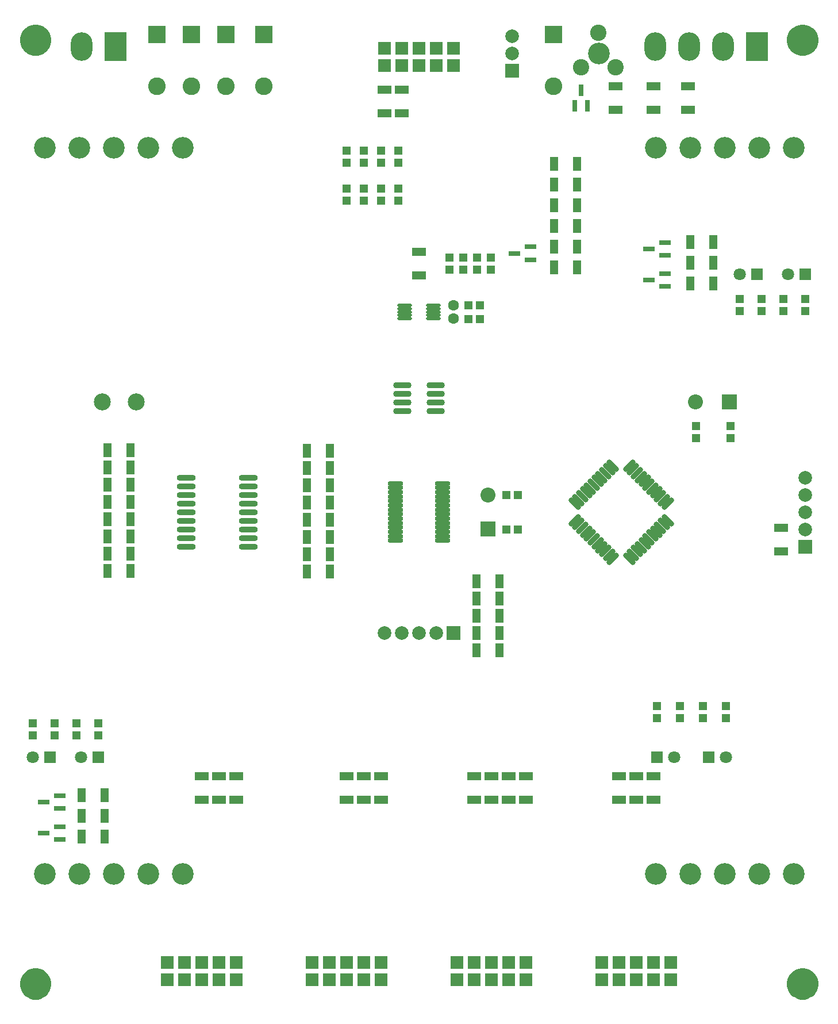
<source format=gbs>
G04 Layer_Color=16711935*
%FSLAX44Y44*%
%MOMM*%
G71*
G01*
G75*
%ADD62C,3.2032*%
%ADD63R,1.9032X1.9032*%
%ADD64C,2.5032*%
%ADD65C,1.6032*%
%ADD66C,1.8032*%
%ADD67R,1.8032X1.8032*%
%ADD68C,2.0032*%
%ADD69R,2.0032X2.0032*%
%ADD70C,2.2032*%
%ADD71R,2.2032X2.2032*%
%ADD72R,2.0032X2.0032*%
%ADD73R,2.2032X2.2032*%
%ADD74R,2.6032X2.6032*%
%ADD75C,2.6032*%
%ADD76O,3.2032X4.2032*%
%ADD77R,3.2032X4.2032*%
%ADD78C,2.4032*%
%ADD79O,2.8032X0.9032*%
G04:AMPARAMS|DCode=80|XSize=0.8032mm|YSize=2.2532mm|CornerRadius=0mm|HoleSize=0mm|Usage=FLASHONLY|Rotation=225.000|XOffset=0mm|YOffset=0mm|HoleType=Round|Shape=Round|*
%AMOVALD80*
21,1,1.4500,0.8032,0.0000,0.0000,315.0*
1,1,0.8032,-0.5127,0.5127*
1,1,0.8032,0.5127,-0.5127*
%
%ADD80OVALD80*%

G04:AMPARAMS|DCode=81|XSize=0.8032mm|YSize=2.2532mm|CornerRadius=0mm|HoleSize=0mm|Usage=FLASHONLY|Rotation=315.000|XOffset=0mm|YOffset=0mm|HoleType=Round|Shape=Round|*
%AMOVALD81*
21,1,1.4500,0.8032,0.0000,0.0000,45.0*
1,1,0.8032,-0.5127,-0.5127*
1,1,0.8032,0.5127,0.5127*
%
%ADD81OVALD81*%

%ADD82O,2.2032X0.5032*%
%ADD83O,2.7032X0.9032*%
%ADD84O,2.3032X0.6532*%
%ADD85R,1.6532X0.8032*%
%ADD86R,1.2532X1.2832*%
%ADD87R,0.8032X1.6532*%
%ADD88R,1.2032X2.1032*%
%ADD89R,2.1032X1.2032*%
%ADD90R,1.2832X1.2532*%
G36*
X1166710Y1442118D02*
X1170896Y1440384D01*
X1174663Y1437867D01*
X1177868Y1434663D01*
X1180385Y1430896D01*
X1182119Y1426709D01*
X1183003Y1422265D01*
Y1420000D01*
Y1417734D01*
X1182119Y1413290D01*
X1180385Y1409104D01*
X1177868Y1405336D01*
X1174663Y1402132D01*
X1170896Y1399615D01*
X1166710Y1397881D01*
X1162266Y1396997D01*
X1157735D01*
X1153291Y1397881D01*
X1149104Y1399615D01*
X1145337Y1402132D01*
X1142133Y1405336D01*
X1139616Y1409104D01*
X1137882Y1413290D01*
X1136998Y1417734D01*
Y1420000D01*
Y1422265D01*
X1137882Y1426709D01*
X1139616Y1430896D01*
X1142133Y1434663D01*
X1145337Y1437867D01*
X1149104Y1440384D01*
X1153291Y1442118D01*
X1157735Y1443002D01*
X1162266D01*
X1166710Y1442118D01*
D02*
G37*
G36*
X36709D02*
X40896Y1440384D01*
X44663Y1437867D01*
X47867Y1434663D01*
X50385Y1430896D01*
X52119Y1426709D01*
X53003Y1422265D01*
Y1420000D01*
Y1417734D01*
X52119Y1413290D01*
X50385Y1409104D01*
X47867Y1405336D01*
X44663Y1402132D01*
X40896Y1399615D01*
X36709Y1397881D01*
X32266Y1396997D01*
X27734D01*
X23290Y1397881D01*
X19104Y1399615D01*
X15337Y1402132D01*
X12133Y1405336D01*
X9615Y1409104D01*
X7881Y1413290D01*
X6997Y1417734D01*
Y1420000D01*
Y1422265D01*
X7881Y1426709D01*
X9615Y1430896D01*
X12133Y1434663D01*
X15337Y1437867D01*
X19104Y1440384D01*
X23290Y1442118D01*
X27734Y1443002D01*
X32266D01*
X36709Y1442118D01*
D02*
G37*
G36*
X1166710Y52119D02*
X1170896Y50385D01*
X1174663Y47867D01*
X1177868Y44663D01*
X1180385Y40896D01*
X1182119Y36709D01*
X1183003Y32266D01*
Y30000D01*
Y27734D01*
X1182119Y23290D01*
X1180385Y19104D01*
X1177868Y15337D01*
X1174663Y12133D01*
X1170896Y9615D01*
X1166710Y7881D01*
X1162266Y6997D01*
X1157735D01*
X1153291Y7881D01*
X1149104Y9615D01*
X1145337Y12133D01*
X1142133Y15337D01*
X1139616Y19104D01*
X1137882Y23290D01*
X1136998Y27734D01*
Y30000D01*
Y32266D01*
X1137882Y36709D01*
X1139616Y40896D01*
X1142133Y44663D01*
X1145337Y47867D01*
X1149104Y50385D01*
X1153291Y52119D01*
X1157735Y53003D01*
X1162266D01*
X1166710Y52119D01*
D02*
G37*
G36*
X36709D02*
X40896Y50385D01*
X44663Y47867D01*
X47867Y44663D01*
X50385Y40896D01*
X52119Y36709D01*
X53003Y32266D01*
Y30000D01*
Y27734D01*
X52119Y23290D01*
X50385Y19104D01*
X47867Y15337D01*
X44663Y12133D01*
X40896Y9615D01*
X36709Y7881D01*
X32266Y6997D01*
X27734D01*
X23290Y7881D01*
X19104Y9615D01*
X15337Y12133D01*
X12133Y15337D01*
X9615Y19104D01*
X7881Y23290D01*
X6997Y27734D01*
Y30000D01*
Y32266D01*
X7881Y36709D01*
X9615Y40896D01*
X12133Y44663D01*
X15337Y47867D01*
X19104Y50385D01*
X23290Y52119D01*
X27734Y53003D01*
X32266D01*
X36709Y52119D01*
D02*
G37*
D62*
X1045000Y191750D02*
D03*
X1095800D02*
D03*
X1146600D02*
D03*
X994200D02*
D03*
X943400D02*
D03*
Y1261750D02*
D03*
X994200D02*
D03*
X1146600D02*
D03*
X1095800D02*
D03*
X1045000D02*
D03*
X145000Y191750D02*
D03*
X195800D02*
D03*
X246600D02*
D03*
X94200D02*
D03*
X43400D02*
D03*
Y1261750D02*
D03*
X94200D02*
D03*
X246600D02*
D03*
X195800D02*
D03*
X145000D02*
D03*
X30000Y30000D02*
D03*
Y1420000D02*
D03*
X1160000D02*
D03*
Y30000D02*
D03*
X859500Y1400000D02*
D03*
D63*
X462920Y62060D02*
D03*
Y36660D02*
D03*
X513720D02*
D03*
Y62060D02*
D03*
X488320Y36660D02*
D03*
Y62060D02*
D03*
X539120D02*
D03*
Y36660D02*
D03*
X437520D02*
D03*
Y62060D02*
D03*
X889640D02*
D03*
Y36660D02*
D03*
X940440D02*
D03*
Y62060D02*
D03*
X915040Y36660D02*
D03*
Y62060D02*
D03*
X965840D02*
D03*
Y36660D02*
D03*
X864240D02*
D03*
Y62060D02*
D03*
X676280D02*
D03*
Y36660D02*
D03*
X727080D02*
D03*
Y62060D02*
D03*
X701680Y36660D02*
D03*
Y62060D02*
D03*
X752480D02*
D03*
Y36660D02*
D03*
X650880D02*
D03*
Y62060D02*
D03*
X249560D02*
D03*
Y36660D02*
D03*
X300360D02*
D03*
Y62060D02*
D03*
X274960Y36660D02*
D03*
Y62060D02*
D03*
X325760D02*
D03*
Y36660D02*
D03*
X224160D02*
D03*
Y62060D02*
D03*
X645800Y1382860D02*
D03*
Y1408260D02*
D03*
X544200D02*
D03*
Y1382860D02*
D03*
X595000D02*
D03*
Y1408260D02*
D03*
X569600Y1382860D02*
D03*
Y1408260D02*
D03*
X620400D02*
D03*
Y1382860D02*
D03*
D64*
X178040Y887560D02*
D03*
X128040D02*
D03*
D65*
X645800Y1009800D02*
D03*
Y1029800D02*
D03*
D66*
X26040Y364320D02*
D03*
X97160Y364319D02*
D03*
X1047120Y364320D02*
D03*
X970920D02*
D03*
X1138560Y1075520D02*
D03*
X1067440D02*
D03*
D67*
X51440Y364320D02*
D03*
X122560Y364319D02*
D03*
X1021720Y364320D02*
D03*
X945520D02*
D03*
X1163960Y1075520D02*
D03*
X1092840D02*
D03*
D68*
X544200Y547200D02*
D03*
X569600D02*
D03*
X595000D02*
D03*
X620400D02*
D03*
X1163960Y775800D02*
D03*
Y750400D02*
D03*
Y725000D02*
D03*
Y699600D02*
D03*
X732160Y1400640D02*
D03*
Y1426040D02*
D03*
D69*
X645800Y547200D02*
D03*
D70*
X696601Y750000D02*
D03*
X1001800Y887560D02*
D03*
D71*
X696601Y700000D02*
D03*
D72*
X1163960Y674200D02*
D03*
X732160Y1375240D02*
D03*
D73*
X1051801Y887560D02*
D03*
D74*
X793120Y1428580D02*
D03*
X366400D02*
D03*
X310520D02*
D03*
X259720D02*
D03*
X208920D02*
D03*
D75*
X793120Y1352380D02*
D03*
X366400D02*
D03*
X310520D02*
D03*
X259720D02*
D03*
X208920D02*
D03*
D76*
X942840Y1410800D02*
D03*
X992840D02*
D03*
X1042840D02*
D03*
X97960D02*
D03*
D77*
X1092840D02*
D03*
X147960D02*
D03*
D78*
X859160Y1431120D02*
D03*
X884560Y1380320D02*
D03*
X833760D02*
D03*
D79*
X251500Y674200D02*
D03*
Y686900D02*
D03*
Y699600D02*
D03*
Y712300D02*
D03*
Y725000D02*
D03*
Y737700D02*
D03*
Y750400D02*
D03*
Y763100D02*
D03*
Y775800D02*
D03*
X343500Y674200D02*
D03*
Y686900D02*
D03*
Y699600D02*
D03*
Y712300D02*
D03*
Y725000D02*
D03*
Y737700D02*
D03*
Y750400D02*
D03*
Y763100D02*
D03*
Y775800D02*
D03*
D80*
X823911Y737021D02*
D03*
X829568Y742678D02*
D03*
X835225Y748334D02*
D03*
X840881Y753991D02*
D03*
X846538Y759648D02*
D03*
X852195Y765305D02*
D03*
X857852Y770962D02*
D03*
X863509Y776619D02*
D03*
X869166Y782275D02*
D03*
X874822Y787932D02*
D03*
X880479Y793589D02*
D03*
X961089Y712979D02*
D03*
X955433Y707322D02*
D03*
X949776Y701665D02*
D03*
X944119Y696008D02*
D03*
X938462Y690352D02*
D03*
X932805Y684695D02*
D03*
X927148Y679038D02*
D03*
X921492Y673381D02*
D03*
X915835Y667724D02*
D03*
X910178Y662067D02*
D03*
X904521Y656411D02*
D03*
D81*
Y793589D02*
D03*
X910178Y787932D02*
D03*
X915835Y782275D02*
D03*
X921492Y776619D02*
D03*
X927148Y770962D02*
D03*
X932805Y765305D02*
D03*
X938462Y759648D02*
D03*
X944119Y753991D02*
D03*
X949776Y748334D02*
D03*
X955433Y742678D02*
D03*
X961089Y737021D02*
D03*
X880479Y656411D02*
D03*
X874822Y662067D02*
D03*
X869166Y667724D02*
D03*
X863509Y673381D02*
D03*
X857852Y679038D02*
D03*
X852195Y684695D02*
D03*
X846538Y690352D02*
D03*
X840881Y696008D02*
D03*
X835225Y701665D02*
D03*
X829568Y707322D02*
D03*
X823911Y712979D02*
D03*
D82*
X574000Y1009640D02*
D03*
Y1014640D02*
D03*
Y1019640D02*
D03*
Y1024640D02*
D03*
Y1029640D02*
D03*
X616000Y1009640D02*
D03*
Y1014640D02*
D03*
Y1019640D02*
D03*
Y1024640D02*
D03*
Y1029640D02*
D03*
D83*
X619500Y911690D02*
D03*
Y898990D02*
D03*
Y886290D02*
D03*
Y873590D02*
D03*
X570500Y911690D02*
D03*
Y898990D02*
D03*
Y886290D02*
D03*
Y873590D02*
D03*
D84*
X629500Y767250D02*
D03*
Y760750D02*
D03*
Y754250D02*
D03*
Y747750D02*
D03*
Y741250D02*
D03*
Y734750D02*
D03*
Y728250D02*
D03*
Y721750D02*
D03*
Y715250D02*
D03*
Y708750D02*
D03*
Y702250D02*
D03*
Y695750D02*
D03*
Y689250D02*
D03*
Y682750D02*
D03*
X560500Y767250D02*
D03*
Y760750D02*
D03*
Y754250D02*
D03*
Y747750D02*
D03*
Y741250D02*
D03*
Y734750D02*
D03*
Y728250D02*
D03*
Y721750D02*
D03*
Y715250D02*
D03*
Y708750D02*
D03*
Y702250D02*
D03*
Y695750D02*
D03*
Y689250D02*
D03*
Y682750D02*
D03*
D85*
X759150Y1115500D02*
D03*
Y1096500D02*
D03*
X735650Y1106000D02*
D03*
X65380Y307600D02*
D03*
Y288600D02*
D03*
X41880Y298100D02*
D03*
X65380Y261880D02*
D03*
Y242880D02*
D03*
X41880Y252380D02*
D03*
X956910Y1121940D02*
D03*
Y1102940D02*
D03*
X933410Y1112440D02*
D03*
X956910Y1076220D02*
D03*
Y1057220D02*
D03*
X933410Y1066720D02*
D03*
D86*
X1067440Y1021150D02*
D03*
Y1038450D02*
D03*
X700620Y1099580D02*
D03*
Y1082280D02*
D03*
X680300Y1099580D02*
D03*
Y1082280D02*
D03*
X659980Y1099580D02*
D03*
Y1082280D02*
D03*
X639660Y1099580D02*
D03*
Y1082280D02*
D03*
X564520Y1201010D02*
D03*
Y1183710D02*
D03*
X539120Y1201010D02*
D03*
Y1183710D02*
D03*
X513720Y1201010D02*
D03*
Y1183710D02*
D03*
X488320Y1201010D02*
D03*
Y1183710D02*
D03*
X564520Y1239590D02*
D03*
Y1256890D02*
D03*
X539120Y1239590D02*
D03*
Y1256890D02*
D03*
X513720Y1239590D02*
D03*
Y1256890D02*
D03*
X488320Y1239590D02*
D03*
Y1256890D02*
D03*
X945520Y439010D02*
D03*
Y421710D02*
D03*
X979387Y439010D02*
D03*
Y421710D02*
D03*
X1013253Y439010D02*
D03*
Y421710D02*
D03*
X1047120Y439010D02*
D03*
Y421710D02*
D03*
X1003130Y851250D02*
D03*
Y833950D02*
D03*
X1053930Y851250D02*
D03*
Y833950D02*
D03*
X26040Y396310D02*
D03*
Y413610D02*
D03*
X58213Y396310D02*
D03*
Y413610D02*
D03*
X90387D02*
D03*
Y396310D02*
D03*
X122560Y413610D02*
D03*
Y396310D02*
D03*
X1163960Y1021150D02*
D03*
Y1038450D02*
D03*
X1131787Y1021150D02*
D03*
Y1038450D02*
D03*
X1099613Y1021150D02*
D03*
Y1038450D02*
D03*
D87*
X843260Y1322850D02*
D03*
X824260D02*
D03*
X833760Y1346350D02*
D03*
D88*
X97590Y247300D02*
D03*
X131590D02*
D03*
X994200Y1061640D02*
D03*
X1028200D02*
D03*
X97590Y277780D02*
D03*
X131590D02*
D03*
X994200Y1092120D02*
D03*
X1028200D02*
D03*
X97590Y308260D02*
D03*
X131590D02*
D03*
X994200Y1122600D02*
D03*
X1028200D02*
D03*
X463660Y815210D02*
D03*
X429660D02*
D03*
X170040Y816440D02*
D03*
X136040D02*
D03*
X463660Y789810D02*
D03*
X429660D02*
D03*
X170040Y791040D02*
D03*
X136040D02*
D03*
X463660Y764410D02*
D03*
X429660D02*
D03*
X170040Y765640D02*
D03*
X136040D02*
D03*
X463660Y739010D02*
D03*
X429660D02*
D03*
X170040Y740240D02*
D03*
X136040D02*
D03*
X463660Y713610D02*
D03*
X429660D02*
D03*
X170040Y714840D02*
D03*
X136040D02*
D03*
X463660Y688210D02*
D03*
X429660D02*
D03*
X170040Y689440D02*
D03*
X136040D02*
D03*
X463660Y662810D02*
D03*
X429660D02*
D03*
X170040Y664040D02*
D03*
X136040D02*
D03*
X463660Y637410D02*
D03*
X429660D02*
D03*
X170040Y638640D02*
D03*
X136040D02*
D03*
X679600Y547200D02*
D03*
X713600D02*
D03*
X679600Y521800D02*
D03*
X713600D02*
D03*
Y572600D02*
D03*
X679600D02*
D03*
X713600Y598000D02*
D03*
X679600D02*
D03*
X713600Y623400D02*
D03*
X679600D02*
D03*
X793690Y1176930D02*
D03*
X827690D02*
D03*
Y1207410D02*
D03*
X793690D02*
D03*
Y1237890D02*
D03*
X827690D02*
D03*
Y1085490D02*
D03*
X793690D02*
D03*
Y1115970D02*
D03*
X827690D02*
D03*
X793690Y1146450D02*
D03*
X827690D02*
D03*
D89*
X884560Y1317600D02*
D03*
Y1351600D02*
D03*
X569600Y1346520D02*
D03*
Y1312520D02*
D03*
X325760Y301600D02*
D03*
Y335600D02*
D03*
X1128400Y667360D02*
D03*
Y701360D02*
D03*
X274960Y301600D02*
D03*
Y335600D02*
D03*
X940440Y1351600D02*
D03*
Y1317600D02*
D03*
X300360Y301600D02*
D03*
Y335600D02*
D03*
X991240Y1351600D02*
D03*
Y1317600D02*
D03*
X752480Y301600D02*
D03*
Y335600D02*
D03*
X727080Y301600D02*
D03*
Y335600D02*
D03*
X539120Y301600D02*
D03*
Y335600D02*
D03*
X513720Y301600D02*
D03*
Y335600D02*
D03*
X488320Y301600D02*
D03*
Y335600D02*
D03*
X889640D02*
D03*
Y301600D02*
D03*
X595000Y1107760D02*
D03*
Y1073760D02*
D03*
X676280Y301600D02*
D03*
Y335600D02*
D03*
X915040Y335600D02*
D03*
Y301600D02*
D03*
X701680Y301600D02*
D03*
Y335600D02*
D03*
X544200Y1346520D02*
D03*
Y1312520D02*
D03*
X940440Y301600D02*
D03*
Y335600D02*
D03*
D90*
X723510Y750400D02*
D03*
X740810D02*
D03*
X723510Y699600D02*
D03*
X740810D02*
D03*
X684930Y1029800D02*
D03*
X667630D02*
D03*
Y1009480D02*
D03*
X684930D02*
D03*
M02*

</source>
